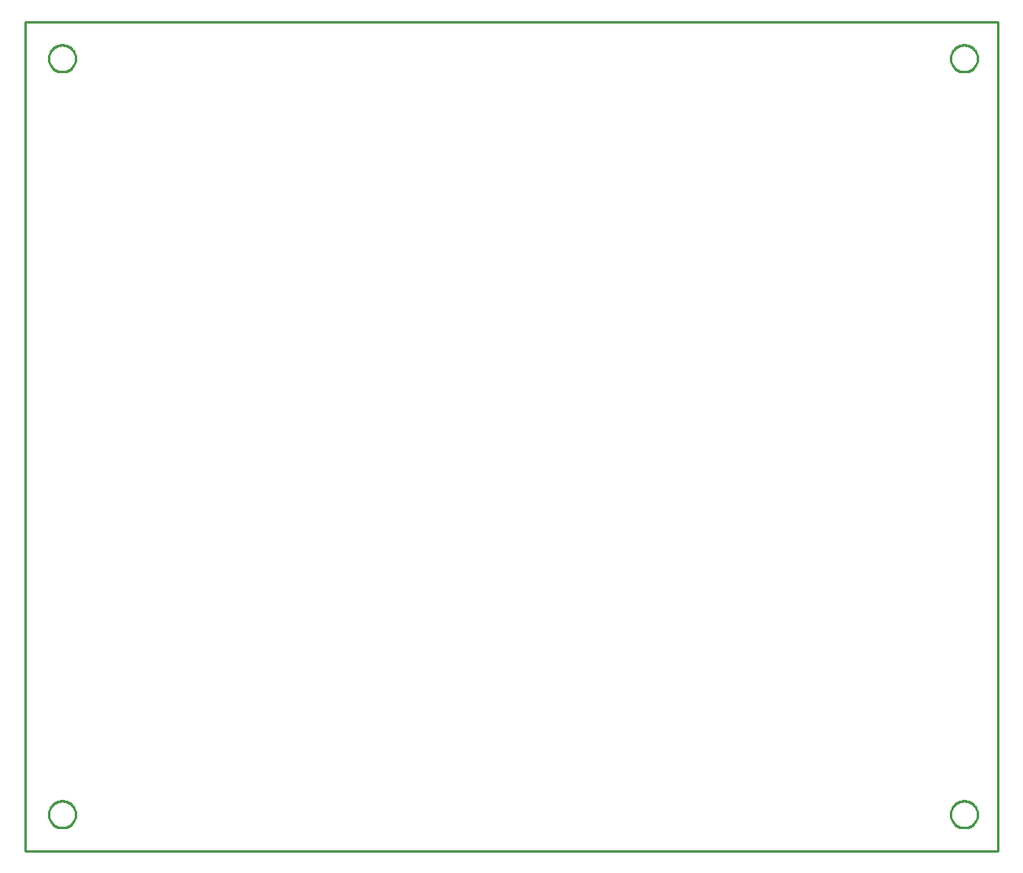
<source format=gbr>
G04 EAGLE Gerber RS-274X export*
G75*
%MOMM*%
%FSLAX34Y34*%
%LPD*%
%IN*%
%IPPOS*%
%AMOC8*
5,1,8,0,0,1.08239X$1,22.5*%
G01*
%ADD10C,0.254000*%


D10*
X0Y0D02*
X1012700Y0D01*
X1012700Y863500D01*
X0Y863500D01*
X0Y0D01*
X52100Y825000D02*
X52029Y824003D01*
X51886Y823013D01*
X51674Y822036D01*
X51392Y821076D01*
X51043Y820139D01*
X50627Y819229D01*
X50148Y818352D01*
X49607Y817510D01*
X49008Y816710D01*
X48353Y815954D01*
X47646Y815247D01*
X46890Y814592D01*
X46090Y813993D01*
X45248Y813452D01*
X44371Y812973D01*
X43461Y812557D01*
X42524Y812208D01*
X41565Y811926D01*
X40587Y811714D01*
X39598Y811571D01*
X38600Y811500D01*
X37600Y811500D01*
X36603Y811571D01*
X35613Y811714D01*
X34636Y811926D01*
X33676Y812208D01*
X32739Y812557D01*
X31829Y812973D01*
X30952Y813452D01*
X30110Y813993D01*
X29310Y814592D01*
X28554Y815247D01*
X27847Y815954D01*
X27192Y816710D01*
X26593Y817510D01*
X26052Y818352D01*
X25573Y819229D01*
X25157Y820139D01*
X24808Y821076D01*
X24526Y822036D01*
X24314Y823013D01*
X24171Y824003D01*
X24100Y825000D01*
X24100Y826000D01*
X24171Y826998D01*
X24314Y827987D01*
X24526Y828965D01*
X24808Y829924D01*
X25157Y830861D01*
X25573Y831771D01*
X26052Y832648D01*
X26593Y833490D01*
X27192Y834290D01*
X27847Y835046D01*
X28554Y835753D01*
X29310Y836408D01*
X30110Y837007D01*
X30952Y837548D01*
X31829Y838027D01*
X32739Y838443D01*
X33676Y838792D01*
X34636Y839074D01*
X35613Y839286D01*
X36603Y839429D01*
X37600Y839500D01*
X38600Y839500D01*
X39598Y839429D01*
X40587Y839286D01*
X41565Y839074D01*
X42524Y838792D01*
X43461Y838443D01*
X44371Y838027D01*
X45248Y837548D01*
X46090Y837007D01*
X46890Y836408D01*
X47646Y835753D01*
X48353Y835046D01*
X49008Y834290D01*
X49607Y833490D01*
X50148Y832648D01*
X50627Y831771D01*
X51043Y830861D01*
X51392Y829924D01*
X51674Y828965D01*
X51886Y827987D01*
X52029Y826998D01*
X52100Y826000D01*
X52100Y825000D01*
X991900Y825000D02*
X991829Y824003D01*
X991686Y823013D01*
X991474Y822036D01*
X991192Y821076D01*
X990843Y820139D01*
X990427Y819229D01*
X989948Y818352D01*
X989407Y817510D01*
X988808Y816710D01*
X988153Y815954D01*
X987446Y815247D01*
X986690Y814592D01*
X985890Y813993D01*
X985048Y813452D01*
X984171Y812973D01*
X983261Y812557D01*
X982324Y812208D01*
X981365Y811926D01*
X980387Y811714D01*
X979398Y811571D01*
X978400Y811500D01*
X977400Y811500D01*
X976403Y811571D01*
X975413Y811714D01*
X974436Y811926D01*
X973476Y812208D01*
X972539Y812557D01*
X971629Y812973D01*
X970752Y813452D01*
X969910Y813993D01*
X969110Y814592D01*
X968354Y815247D01*
X967647Y815954D01*
X966992Y816710D01*
X966393Y817510D01*
X965852Y818352D01*
X965373Y819229D01*
X964957Y820139D01*
X964608Y821076D01*
X964326Y822036D01*
X964114Y823013D01*
X963971Y824003D01*
X963900Y825000D01*
X963900Y826000D01*
X963971Y826998D01*
X964114Y827987D01*
X964326Y828965D01*
X964608Y829924D01*
X964957Y830861D01*
X965373Y831771D01*
X965852Y832648D01*
X966393Y833490D01*
X966992Y834290D01*
X967647Y835046D01*
X968354Y835753D01*
X969110Y836408D01*
X969910Y837007D01*
X970752Y837548D01*
X971629Y838027D01*
X972539Y838443D01*
X973476Y838792D01*
X974436Y839074D01*
X975413Y839286D01*
X976403Y839429D01*
X977400Y839500D01*
X978400Y839500D01*
X979398Y839429D01*
X980387Y839286D01*
X981365Y839074D01*
X982324Y838792D01*
X983261Y838443D01*
X984171Y838027D01*
X985048Y837548D01*
X985890Y837007D01*
X986690Y836408D01*
X987446Y835753D01*
X988153Y835046D01*
X988808Y834290D01*
X989407Y833490D01*
X989948Y832648D01*
X990427Y831771D01*
X990843Y830861D01*
X991192Y829924D01*
X991474Y828965D01*
X991686Y827987D01*
X991829Y826998D01*
X991900Y826000D01*
X991900Y825000D01*
X991900Y37600D02*
X991829Y36603D01*
X991686Y35613D01*
X991474Y34636D01*
X991192Y33676D01*
X990843Y32739D01*
X990427Y31829D01*
X989948Y30952D01*
X989407Y30110D01*
X988808Y29310D01*
X988153Y28554D01*
X987446Y27847D01*
X986690Y27192D01*
X985890Y26593D01*
X985048Y26052D01*
X984171Y25573D01*
X983261Y25157D01*
X982324Y24808D01*
X981365Y24526D01*
X980387Y24314D01*
X979398Y24171D01*
X978400Y24100D01*
X977400Y24100D01*
X976403Y24171D01*
X975413Y24314D01*
X974436Y24526D01*
X973476Y24808D01*
X972539Y25157D01*
X971629Y25573D01*
X970752Y26052D01*
X969910Y26593D01*
X969110Y27192D01*
X968354Y27847D01*
X967647Y28554D01*
X966992Y29310D01*
X966393Y30110D01*
X965852Y30952D01*
X965373Y31829D01*
X964957Y32739D01*
X964608Y33676D01*
X964326Y34636D01*
X964114Y35613D01*
X963971Y36603D01*
X963900Y37600D01*
X963900Y38600D01*
X963971Y39598D01*
X964114Y40587D01*
X964326Y41565D01*
X964608Y42524D01*
X964957Y43461D01*
X965373Y44371D01*
X965852Y45248D01*
X966393Y46090D01*
X966992Y46890D01*
X967647Y47646D01*
X968354Y48353D01*
X969110Y49008D01*
X969910Y49607D01*
X970752Y50148D01*
X971629Y50627D01*
X972539Y51043D01*
X973476Y51392D01*
X974436Y51674D01*
X975413Y51886D01*
X976403Y52029D01*
X977400Y52100D01*
X978400Y52100D01*
X979398Y52029D01*
X980387Y51886D01*
X981365Y51674D01*
X982324Y51392D01*
X983261Y51043D01*
X984171Y50627D01*
X985048Y50148D01*
X985890Y49607D01*
X986690Y49008D01*
X987446Y48353D01*
X988153Y47646D01*
X988808Y46890D01*
X989407Y46090D01*
X989948Y45248D01*
X990427Y44371D01*
X990843Y43461D01*
X991192Y42524D01*
X991474Y41565D01*
X991686Y40587D01*
X991829Y39598D01*
X991900Y38600D01*
X991900Y37600D01*
X52100Y37600D02*
X52029Y36603D01*
X51886Y35613D01*
X51674Y34636D01*
X51392Y33676D01*
X51043Y32739D01*
X50627Y31829D01*
X50148Y30952D01*
X49607Y30110D01*
X49008Y29310D01*
X48353Y28554D01*
X47646Y27847D01*
X46890Y27192D01*
X46090Y26593D01*
X45248Y26052D01*
X44371Y25573D01*
X43461Y25157D01*
X42524Y24808D01*
X41565Y24526D01*
X40587Y24314D01*
X39598Y24171D01*
X38600Y24100D01*
X37600Y24100D01*
X36603Y24171D01*
X35613Y24314D01*
X34636Y24526D01*
X33676Y24808D01*
X32739Y25157D01*
X31829Y25573D01*
X30952Y26052D01*
X30110Y26593D01*
X29310Y27192D01*
X28554Y27847D01*
X27847Y28554D01*
X27192Y29310D01*
X26593Y30110D01*
X26052Y30952D01*
X25573Y31829D01*
X25157Y32739D01*
X24808Y33676D01*
X24526Y34636D01*
X24314Y35613D01*
X24171Y36603D01*
X24100Y37600D01*
X24100Y38600D01*
X24171Y39598D01*
X24314Y40587D01*
X24526Y41565D01*
X24808Y42524D01*
X25157Y43461D01*
X25573Y44371D01*
X26052Y45248D01*
X26593Y46090D01*
X27192Y46890D01*
X27847Y47646D01*
X28554Y48353D01*
X29310Y49008D01*
X30110Y49607D01*
X30952Y50148D01*
X31829Y50627D01*
X32739Y51043D01*
X33676Y51392D01*
X34636Y51674D01*
X35613Y51886D01*
X36603Y52029D01*
X37600Y52100D01*
X38600Y52100D01*
X39598Y52029D01*
X40587Y51886D01*
X41565Y51674D01*
X42524Y51392D01*
X43461Y51043D01*
X44371Y50627D01*
X45248Y50148D01*
X46090Y49607D01*
X46890Y49008D01*
X47646Y48353D01*
X48353Y47646D01*
X49008Y46890D01*
X49607Y46090D01*
X50148Y45248D01*
X50627Y44371D01*
X51043Y43461D01*
X51392Y42524D01*
X51674Y41565D01*
X51886Y40587D01*
X52029Y39598D01*
X52100Y38600D01*
X52100Y37600D01*
M02*

</source>
